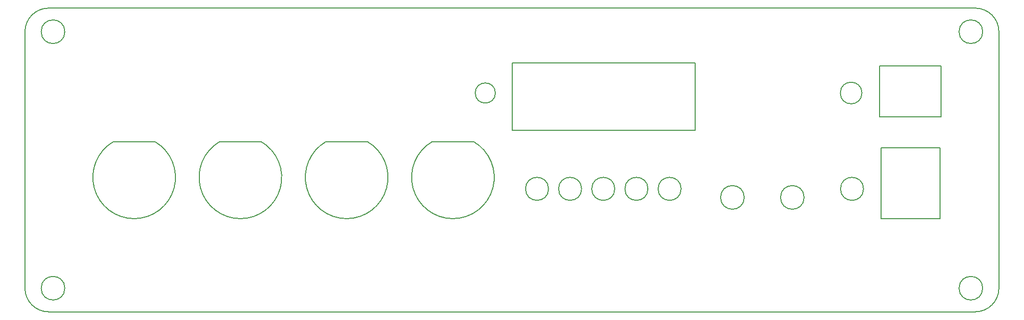
<source format=gbr>
%TF.GenerationSoftware,KiCad,Pcbnew,(6.0.11)*%
%TF.CreationDate,2024-03-19T13:30:50-03:00*%
%TF.ProjectId,qds-cv-bypass-adapter,7164732d-6376-42d6-9279-706173732d61,rev?*%
%TF.SameCoordinates,Original*%
%TF.FileFunction,OtherDrawing,Comment*%
%FSLAX46Y46*%
G04 Gerber Fmt 4.6, Leading zero omitted, Abs format (unit mm)*
G04 Created by KiCad (PCBNEW (6.0.11)) date 2024-03-19 13:30:50*
%MOMM*%
%LPD*%
G01*
G04 APERTURE LIST*
%ADD10C,0.150000*%
%ADD11C,0.200000*%
G04 APERTURE END LIST*
D10*
X198681620Y-88900000D02*
G75*
G03*
X198681620Y-88900000I-1831620J0D01*
G01*
X136577884Y-88900000D02*
G75*
G03*
X136577884Y-88900000I-1703884J0D01*
G01*
X201676000Y-84328000D02*
X212090000Y-84328000D01*
X212090000Y-84328000D02*
X212090000Y-92964000D01*
X212090000Y-92964000D02*
X201676000Y-92964000D01*
X201676000Y-92964000D02*
X201676000Y-84328000D01*
X139446000Y-83820000D02*
X170434000Y-83820000D01*
X170434000Y-83820000D02*
X170434000Y-95250000D01*
X170434000Y-95250000D02*
X139446000Y-95250000D01*
X139446000Y-95250000D02*
X139446000Y-83820000D01*
D11*
X211889750Y-110206000D02*
X211889750Y-110206000D01*
X71889750Y-97143822D02*
G75*
G03*
X78889750Y-97143822I3500000J-6062178D01*
G01*
X56889750Y-122006000D02*
X56889750Y-122006000D01*
X60889750Y-126006000D02*
X217889750Y-126006000D01*
X56889750Y-78506000D02*
X56889750Y-122006000D01*
X125889750Y-97143800D02*
X132889750Y-97143800D01*
X145589750Y-105156000D02*
G75*
G03*
X145589750Y-105156000I-1950000J0D01*
G01*
X71889750Y-97143822D02*
G75*
G03*
X78889750Y-97143822I3500000J-6062178D01*
G01*
X107889750Y-97143822D02*
G75*
G03*
X114889750Y-97143822I3500000J-6062178D01*
G01*
X151189750Y-105156000D02*
X151189750Y-105156000D01*
X107889750Y-97143800D02*
X114889750Y-97143800D01*
X78889750Y-97143800D02*
X78889750Y-97143800D01*
X145589750Y-105156000D02*
G75*
G03*
X145589750Y-105156000I-1950000J0D01*
G01*
X178739750Y-106606000D02*
G75*
G03*
X178739750Y-106606000I-2000000J0D01*
G01*
X168049750Y-105156000D02*
G75*
G03*
X168049750Y-105156000I-1950000J0D01*
G01*
X89889750Y-97143800D02*
X96889750Y-97143800D01*
X221889750Y-122006000D02*
X221889750Y-122006000D01*
X156809750Y-105156000D02*
G75*
G03*
X156809750Y-105156000I-1950000J0D01*
G01*
X56889750Y-122006000D02*
X56889750Y-122006000D01*
X151189750Y-105156000D02*
G75*
G03*
X151189750Y-105156000I-1950000J0D01*
G01*
X201889750Y-98206000D02*
X201889750Y-110206000D01*
X188889750Y-106606000D02*
G75*
G03*
X188889750Y-106606000I-2000000J0D01*
G01*
X107889750Y-97143800D02*
X107889750Y-97143800D01*
X219139750Y-122006000D02*
G75*
G03*
X219139750Y-122006000I-2000000J0D01*
G01*
X201889750Y-110206000D02*
X211889750Y-110206000D01*
X60889750Y-74506000D02*
X60889750Y-74506000D01*
X168049750Y-105156000D02*
G75*
G03*
X168049750Y-105156000I-1950000J0D01*
G01*
X168049750Y-105156000D02*
G75*
G03*
X168049750Y-105156000I-1950000J0D01*
G01*
X56889750Y-122006000D02*
G75*
G03*
X60889750Y-126006000I4000000J0D01*
G01*
X201889750Y-110206000D02*
X211889750Y-110206000D01*
X60889750Y-74506000D02*
G75*
G03*
X56889750Y-78506000I0J-4000000D01*
G01*
X178739750Y-106606000D02*
X178739750Y-106606000D01*
X219139750Y-122006000D02*
G75*
G03*
X219139750Y-122006000I-2000000J0D01*
G01*
X201889750Y-110206000D02*
X211889750Y-110206000D01*
X188889750Y-106606000D02*
G75*
G03*
X188889750Y-106606000I-2000000J0D01*
G01*
X56889750Y-78506000D02*
X56889750Y-122006000D01*
X162429750Y-105156000D02*
G75*
G03*
X162429750Y-105156000I-1950000J0D01*
G01*
X60889750Y-74506000D02*
G75*
G03*
X56889750Y-78506000I0J-4000000D01*
G01*
X60889750Y-74506000D02*
X60889750Y-74506000D01*
X63639750Y-78506000D02*
X63639750Y-78506000D01*
X151189750Y-105156000D02*
G75*
G03*
X151189750Y-105156000I-1950000J0D01*
G01*
X114889750Y-97143800D02*
X114889750Y-97143800D01*
X168049750Y-105156000D02*
X168049750Y-105156000D01*
X219139750Y-78506000D02*
X219139750Y-78506000D01*
X217889750Y-74506000D02*
X217889750Y-74506000D01*
X107889750Y-97143800D02*
X114889750Y-97143800D01*
X219139750Y-122006000D02*
X219139750Y-122006000D01*
X221889700Y-78506000D02*
G75*
G03*
X217889750Y-74506000I-4000000J0D01*
G01*
X156809750Y-105156000D02*
X156809750Y-105156000D01*
X89889750Y-97143822D02*
G75*
G03*
X96889750Y-97143822I3500000J-6062178D01*
G01*
X63639750Y-78506000D02*
G75*
G03*
X63639750Y-78506000I-2000000J0D01*
G01*
X221889700Y-78506000D02*
G75*
G03*
X217889750Y-74506000I-4000000J0D01*
G01*
X145589750Y-105156000D02*
X145589750Y-105156000D01*
X114889750Y-97143800D02*
X114889750Y-97143800D01*
X107889750Y-97143822D02*
G75*
G03*
X114889750Y-97143822I3500000J-6062178D01*
G01*
X211889750Y-110206000D02*
X211889750Y-98206000D01*
X221889750Y-122006000D02*
X221889750Y-78506000D01*
X107889750Y-97143800D02*
X114889750Y-97143800D01*
X217889750Y-74506000D02*
X60889750Y-74506000D01*
X217889750Y-126006000D02*
X217889750Y-126006000D01*
X89889750Y-97143800D02*
X96889750Y-97143800D01*
X60889750Y-74506000D02*
G75*
G03*
X56889750Y-78506000I0J-4000000D01*
G01*
X89889750Y-97143800D02*
X89889750Y-97143800D01*
X71889750Y-97143822D02*
G75*
G03*
X78889750Y-97143822I3500000J-6062178D01*
G01*
X217889750Y-126006050D02*
G75*
G03*
X221889750Y-122006000I-50J4000050D01*
G01*
X71889750Y-97143800D02*
X71889750Y-97143800D01*
X107889750Y-97143822D02*
G75*
G03*
X114889750Y-97143822I3500000J-6062178D01*
G01*
X89889750Y-97143822D02*
G75*
G03*
X96889750Y-97143822I3500000J-6062178D01*
G01*
X201889750Y-110206000D02*
X201889750Y-110206000D01*
X221889750Y-78506000D02*
X221889750Y-78506000D01*
X56889750Y-78506000D02*
X56889750Y-122006000D01*
X178739750Y-106606000D02*
G75*
G03*
X178739750Y-106606000I-2000000J0D01*
G01*
X63639750Y-122006000D02*
X63639750Y-122006000D01*
X211889750Y-110206000D02*
X211889750Y-98206000D01*
X198949750Y-105156000D02*
G75*
G03*
X198949750Y-105156000I-1950000J0D01*
G01*
X107889750Y-97143800D02*
X114889750Y-97143800D01*
X217889750Y-74506000D02*
X60889750Y-74506000D01*
X162429750Y-105156000D02*
G75*
G03*
X162429750Y-105156000I-1950000J0D01*
G01*
X217889750Y-126006050D02*
G75*
G03*
X221889750Y-122006000I-50J4000050D01*
G01*
X221889750Y-78506000D02*
X221889750Y-78506000D01*
X125889750Y-97143800D02*
X132889750Y-97143800D01*
X71889750Y-97143800D02*
X78889750Y-97143800D01*
X156809750Y-105156000D02*
G75*
G03*
X156809750Y-105156000I-1950000J0D01*
G01*
X211889750Y-98206000D02*
X211889750Y-98206000D01*
X178739750Y-106606000D02*
G75*
G03*
X178739750Y-106606000I-2000000J0D01*
G01*
X219139750Y-78506000D02*
G75*
G03*
X219139750Y-78506000I-2000000J0D01*
G01*
X63639750Y-122006000D02*
G75*
G03*
X63639750Y-122006000I-2000000J0D01*
G01*
X63639750Y-78506000D02*
G75*
G03*
X63639750Y-78506000I-2000000J0D01*
G01*
X162429750Y-105156000D02*
X162429750Y-105156000D01*
X211889750Y-98206000D02*
X201889750Y-98206000D01*
X211889750Y-110206000D02*
X211889750Y-98206000D01*
X132889750Y-97143800D02*
X132889750Y-97143800D01*
X132889750Y-97143800D02*
X132889750Y-97143800D01*
X168049750Y-105156000D02*
G75*
G03*
X168049750Y-105156000I-1950000J0D01*
G01*
X56889750Y-122006000D02*
G75*
G03*
X60889750Y-126006000I4000000J0D01*
G01*
X63639750Y-122006000D02*
X63639750Y-122006000D01*
X217889750Y-74506000D02*
X60889750Y-74506000D01*
X63639750Y-78506000D02*
G75*
G03*
X63639750Y-78506000I-2000000J0D01*
G01*
X221889750Y-122006000D02*
X221889750Y-78506000D01*
X60889750Y-126006000D02*
X217889750Y-126006000D01*
X211889750Y-98206000D02*
X201889750Y-98206000D01*
X201889750Y-98206000D02*
X201889750Y-98206000D01*
X219139750Y-78506000D02*
G75*
G03*
X219139750Y-78506000I-2000000J0D01*
G01*
X125889750Y-97143822D02*
G75*
G03*
X132889750Y-97143822I3500000J-6062178D01*
G01*
X219139750Y-122006000D02*
G75*
G03*
X219139750Y-122006000I-2000000J0D01*
G01*
X71889750Y-97143800D02*
X71889750Y-97143800D01*
X89889750Y-97143800D02*
X96889750Y-97143800D01*
X217889750Y-126006000D02*
X217889750Y-126006000D01*
X56889750Y-122006000D02*
G75*
G03*
X60889750Y-126006000I4000000J0D01*
G01*
X198949750Y-105156000D02*
G75*
G03*
X198949750Y-105156000I-1950000J0D01*
G01*
X198949750Y-105156000D02*
G75*
G03*
X198949750Y-105156000I-1950000J0D01*
G01*
X56889750Y-78506000D02*
X56889750Y-78506000D01*
X168049750Y-105156000D02*
X168049750Y-105156000D01*
X217889750Y-126006050D02*
G75*
G03*
X221889750Y-122006000I-50J4000050D01*
G01*
X188889750Y-106606000D02*
X188889750Y-106606000D01*
X107889750Y-97143822D02*
G75*
G03*
X114889750Y-97143822I3500000J-6062178D01*
G01*
X71889750Y-97143800D02*
X78889750Y-97143800D01*
X201889750Y-98206000D02*
X201889750Y-110206000D01*
X219139750Y-78506000D02*
G75*
G03*
X219139750Y-78506000I-2000000J0D01*
G01*
X60889750Y-126006000D02*
X217889750Y-126006000D01*
X188889750Y-106606000D02*
X188889750Y-106606000D01*
X211889750Y-98206000D02*
X201889750Y-98206000D01*
X211889750Y-110206000D02*
X211889750Y-110206000D01*
X89889750Y-97143800D02*
X96889750Y-97143800D01*
X198949750Y-105156000D02*
X198949750Y-105156000D01*
X217889750Y-126006050D02*
G75*
G03*
X221889750Y-122006000I-50J4000050D01*
G01*
X125889750Y-97143800D02*
X125889750Y-97143800D01*
X145589750Y-105156000D02*
X145589750Y-105156000D01*
X89889750Y-97143822D02*
G75*
G03*
X96889750Y-97143822I3500000J-6062178D01*
G01*
X125889750Y-97143800D02*
X125889750Y-97143800D01*
X63639750Y-122006000D02*
G75*
G03*
X63639750Y-122006000I-2000000J0D01*
G01*
X211889750Y-98206000D02*
X201889750Y-98206000D01*
X56889750Y-78506000D02*
X56889750Y-78506000D01*
X221889700Y-78506000D02*
G75*
G03*
X217889750Y-74506000I-4000000J0D01*
G01*
X125889750Y-97143800D02*
X132889750Y-97143800D01*
X63639750Y-122006000D02*
G75*
G03*
X63639750Y-122006000I-2000000J0D01*
G01*
X198949750Y-105156000D02*
G75*
G03*
X198949750Y-105156000I-1950000J0D01*
G01*
X211889750Y-110206000D02*
X211889750Y-98206000D01*
X201889750Y-98206000D02*
X201889750Y-110206000D01*
X125889750Y-97143822D02*
G75*
G03*
X132889750Y-97143822I3500000J-6062178D01*
G01*
X71889750Y-97143800D02*
X78889750Y-97143800D01*
X188889750Y-106606000D02*
G75*
G03*
X188889750Y-106606000I-2000000J0D01*
G01*
X156809750Y-105156000D02*
X156809750Y-105156000D01*
X56889750Y-122006000D02*
G75*
G03*
X60889750Y-126006000I4000000J0D01*
G01*
X151189750Y-105156000D02*
G75*
G03*
X151189750Y-105156000I-1950000J0D01*
G01*
X71889750Y-97143822D02*
G75*
G03*
X78889750Y-97143822I3500000J-6062178D01*
G01*
X151189750Y-105156000D02*
G75*
G03*
X151189750Y-105156000I-1950000J0D01*
G01*
X219139750Y-122006000D02*
X219139750Y-122006000D01*
X63639750Y-78506000D02*
X63639750Y-78506000D01*
X198949750Y-105156000D02*
X198949750Y-105156000D01*
X201889750Y-98206000D02*
X201889750Y-98206000D01*
X96889750Y-97143800D02*
X96889750Y-97143800D01*
X217889750Y-74506000D02*
X60889750Y-74506000D01*
X221889750Y-122006000D02*
X221889750Y-78506000D01*
X125889750Y-97143822D02*
G75*
G03*
X132889750Y-97143822I3500000J-6062178D01*
G01*
X145589750Y-105156000D02*
G75*
G03*
X145589750Y-105156000I-1950000J0D01*
G01*
X217889750Y-74506000D02*
X217889750Y-74506000D01*
X71889750Y-97143800D02*
X78889750Y-97143800D01*
X162429750Y-105156000D02*
G75*
G03*
X162429750Y-105156000I-1950000J0D01*
G01*
X56889750Y-78506000D02*
X56889750Y-122006000D01*
X211889750Y-98206000D02*
X211889750Y-98206000D01*
X125889750Y-97143822D02*
G75*
G03*
X132889750Y-97143822I3500000J-6062178D01*
G01*
X156809750Y-105156000D02*
G75*
G03*
X156809750Y-105156000I-1950000J0D01*
G01*
X60889750Y-126006000D02*
X60889750Y-126006000D01*
X201889750Y-110206000D02*
X201889750Y-110206000D01*
X219139750Y-78506000D02*
G75*
G03*
X219139750Y-78506000I-2000000J0D01*
G01*
X107889750Y-97143800D02*
X107889750Y-97143800D01*
X145589750Y-105156000D02*
G75*
G03*
X145589750Y-105156000I-1950000J0D01*
G01*
X151189750Y-105156000D02*
X151189750Y-105156000D01*
X178739750Y-106606000D02*
G75*
G03*
X178739750Y-106606000I-2000000J0D01*
G01*
X60889750Y-74506000D02*
G75*
G03*
X56889750Y-78506000I0J-4000000D01*
G01*
X162429750Y-105156000D02*
X162429750Y-105156000D01*
X219139750Y-78506000D02*
X219139750Y-78506000D01*
X201889750Y-110206000D02*
X211889750Y-110206000D01*
X60889750Y-126006000D02*
X217889750Y-126006000D01*
X156809750Y-105156000D02*
G75*
G03*
X156809750Y-105156000I-1950000J0D01*
G01*
X201889750Y-98206000D02*
X201889750Y-110206000D01*
X178739750Y-106606000D02*
X178739750Y-106606000D01*
X221889750Y-122006000D02*
X221889750Y-78506000D01*
X89889750Y-97143800D02*
X89889750Y-97143800D01*
X219139750Y-122006000D02*
G75*
G03*
X219139750Y-122006000I-2000000J0D01*
G01*
X162429750Y-105156000D02*
G75*
G03*
X162429750Y-105156000I-1950000J0D01*
G01*
X63639750Y-122006000D02*
G75*
G03*
X63639750Y-122006000I-2000000J0D01*
G01*
X221889700Y-78506000D02*
G75*
G03*
X217889750Y-74506000I-4000000J0D01*
G01*
X96889750Y-97143800D02*
X96889750Y-97143800D01*
X78889750Y-97143800D02*
X78889750Y-97143800D01*
X221889750Y-122006000D02*
X221889750Y-122006000D01*
X89889750Y-97143822D02*
G75*
G03*
X96889750Y-97143822I3500000J-6062178D01*
G01*
X60889750Y-126006000D02*
X60889750Y-126006000D01*
X188889750Y-106606000D02*
G75*
G03*
X188889750Y-106606000I-2000000J0D01*
G01*
X125889750Y-97143800D02*
X132889750Y-97143800D01*
X63639750Y-78506000D02*
G75*
G03*
X63639750Y-78506000I-2000000J0D01*
G01*
M02*

</source>
